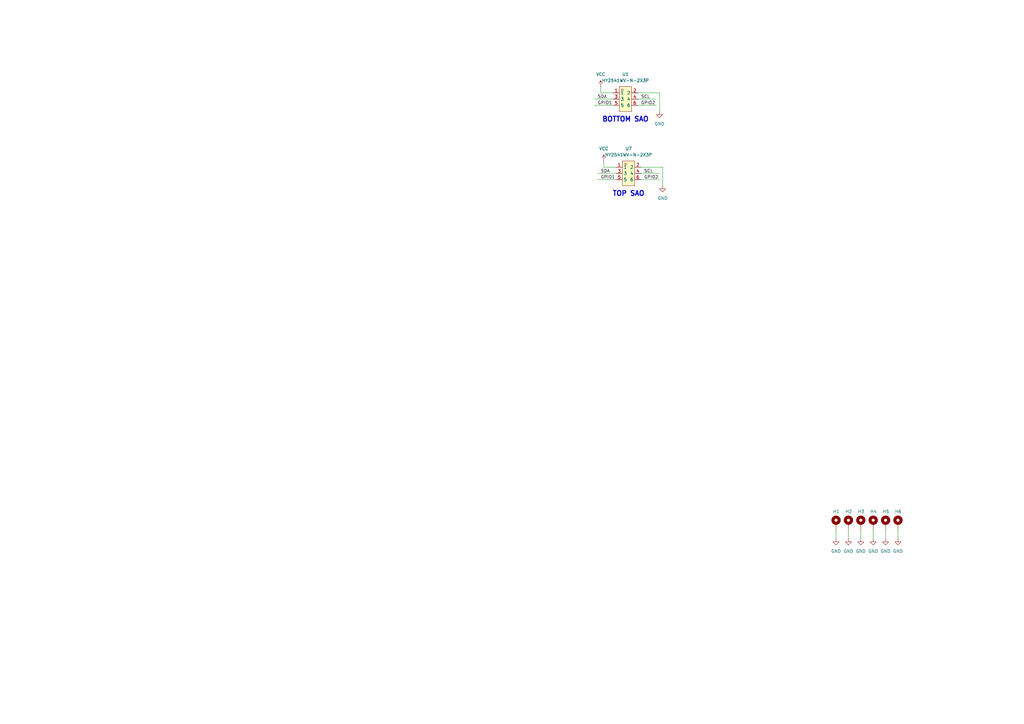
<source format=kicad_sch>
(kicad_sch (version 20231120) (generator "eeschema") (generator_version "8.0")
  (paper "A3")
  (title_block (title "Solar Data Logger") (rev "v1.1a") (company "Eric Dynowski") (comment 1 "brokebit"))
  (lib_symbols
    (symbol "C17179450-2x3-IDC-Header:HY2541WV-N-2X3P"
      (property "Reference" "U" (at 0 7.62 0))
      (property "Value" "HY2541WV-N-2X3P" (at 0 -7.62 0))
      (symbol "HY2541WV-N-2X3P_0_1"
        (rectangle (start -2.54 5.08) (end 2.54 -5.08) (fill (type background)))
        (circle (center -1.27 3.81) (radius 0.38))
        (pin unspecified line (at -5.08 2.54 0) (length 2.54) (name "1") (number "1"))
        (pin unspecified line (at 5.08 2.54 180) (length 2.54) (name "2") (number "2"))
        (pin unspecified line (at -5.08 0 0) (length 2.54) (name "3") (number "3"))
        (pin unspecified line (at 5.08 0 180) (length 2.54) (name "4") (number "4"))
        (pin unspecified line (at -5.08 -2.54 0) (length 2.54) (name "5") (number "5"))
        (pin unspecified line (at 5.08 -2.54 180) (length 2.54) (name "6") (number "6"))
      )
    )
    (symbol "Mechanical:MountingHole_Pad" (pin_numbers hide) (pin_names (offset 1.016) hide) (exclude_from_sim yes) (in_bom no)
      (property "Reference" "H" (at 0 6.35 0))
      (property "Value" "MountingHole_Pad" (at 0 4.445 0))
      (symbol "MountingHole_Pad_0_1"
        (circle (center 0 1.27) (radius 1.27) (stroke (width 1.27)))
      )
      (symbol "MountingHole_Pad_1_1"
        (pin input line (at 0 -2.54 90) (length 2.54) (name "1") (number "1"))
      )
    )
    (symbol "power:GND" (power) (pin_numbers hide) (pin_names (offset 0) hide)
      (property "Value" "GND" (at 0 -3.81 0))
      (symbol "GND_0_1"
        (polyline (pts (xy 0 0) (xy 0 -1.27) (xy 1.27 -1.27) (xy 0 -2.54) (xy -1.27 -1.27) (xy 0 -1.27)))
      )
      (symbol "GND_1_1"
        (pin power_in line (at 0 0 270) (length 0) (name "~") (number "1"))
      )
    )
    (symbol "power:VCC" (power) (pin_numbers hide) (pin_names (offset 0) hide)
      (property "Value" "VCC" (at 0 3.556 0))
      (symbol "VCC_0_1"
        (polyline (pts (xy -0.762 1.27) (xy 0 2.54)))
        (polyline (pts (xy 0 0) (xy 0 2.54)))
        (polyline (pts (xy 0 2.54) (xy 0.762 1.27)))
      )
      (symbol "VCC_1_1"
        (pin power_in line (at 0 0 90) (length 0) (name "~") (number "1"))
      )
    )
  )
  (wire (pts (xy 251.46 38.1) (xy 246.38 38.1)))
  (wire (pts (xy 270.51 38.1) (xy 261.62 38.1)))
  (wire (pts (xy 261.62 40.64) (xy 269.24 40.64)))
  (wire (pts (xy 262.89 71.12) (xy 270.51 71.12)))
  (wire (pts (xy 342.9 217.17) (xy 342.9 220.98)))
  (wire (pts (xy 261.62 43.18) (xy 269.24 43.18)))
  (wire (pts (xy 270.51 45.72) (xy 270.51 38.1)))
  (wire (pts (xy 262.89 73.66) (xy 270.51 73.66)))
  (wire (pts (xy 245.11 71.12) (xy 252.73 71.12)))
  (wire (pts (xy 247.65 68.58) (xy 247.65 66.04)))
  (wire (pts (xy 271.78 76.2) (xy 271.78 68.58)))
  (wire (pts (xy 245.11 73.66) (xy 252.73 73.66)))
  (wire (pts (xy 358.14 217.17) (xy 358.14 220.98)))
  (wire (pts (xy 363.22 217.17) (xy 363.22 220.98)))
  (wire (pts (xy 243.84 40.64) (xy 251.46 40.64)))
  (wire (pts (xy 347.98 217.17) (xy 347.98 220.98)))
  (wire (pts (xy 243.84 43.18) (xy 251.46 43.18)))
  (wire (pts (xy 271.78 68.58) (xy 262.89 68.58)))
  (wire (pts (xy 252.73 68.58) (xy 247.65 68.58)))
  (wire (pts (xy 246.38 38.1) (xy 246.38 35.56)))
  (wire (pts (xy 368.3 217.17) (xy 368.3 220.98)))
  (wire (pts (xy 353.06 217.17) (xy 353.06 220.98)))
  (text "TOP SAO" (at 257.81 79.502 0) (effects (font (size 2 2) (thickness 0.4) (bold yes))))
  (text "BOTTOM SAO" (at 256.54 49.022 0) (effects (font (size 2 2) (thickness 0.4) (bold yes))))
  (label "SDA" (at 246.38 71.12 0))
  (label "SCL" (at 264.16 71.12 0))
  (label "GPIO1" (at 245.11 43.18 0))
  (label "GPIO2" (at 262.89 43.18 0))
  (label "GPIO2" (at 264.16 73.66 0))
  (label "SCL" (at 262.89 40.64 0))
  (label "GPIO1" (at 246.38 73.66 0))
  (label "SDA" (at 245.11 40.64 0))
  (symbol (lib_id "power:GND") (at 347.98 220.98 0) (unit 1)
    (property "Reference" "#PWR056" (effects (hide yes)))
    (property "Value" "GND" (at 347.98 226.06 0))
    (property "Description" "Power symbol creates a global label with name \"GND\" , ground" (effects (hide yes)))
  )
  (symbol (lib_id "C17179450-2x3-IDC-Header:HY2541WV-N-2X3P") (at 256.54 40.64 0) (unit 1)
    (property "Reference" "U1" (at 256.54 30.48 0))
    (property "Value" "HY2541WV-N-2X3P" (at 256.54 33.02 0))
    (property "Footprint" "Connector_PinSocket_2.54mm:PinSocket_2x03_P2.54mm_Vertical_SMD" (effects (hide yes)))
    (property "LCSC Part" "C17179450" (effects (hide yes)))
  )
  (symbol (lib_id "power:GND") (at 353.06 220.98 0) (unit 1)
    (property "Reference" "#PWR057" (effects (hide yes)))
    (property "Value" "GND" (at 353.06 226.06 0))
    (property "Description" "Power symbol creates a global label with name \"GND\" , ground" (effects (hide yes)))
  )
  (symbol (lib_id "power:GND") (at 271.78 76.2 0) (unit 1)
    (property "Reference" "#PWR020" (effects (hide yes)))
    (property "Value" "GND" (at 271.78 81.28 0))
    (property "Description" "Power symbol creates a global label with name \"GND\" , ground" (effects (hide yes)))
  )
  (symbol (lib_id "power:VCC") (at 247.65 66.04 0) (unit 1)
    (property "Reference" "#PWR019" (effects (hide yes)))
    (property "Value" "VCC" (at 247.65 60.96 0))
    (property "Description" "Power symbol creates a global label with name \"VCC\"" (effects (hide yes)))
  )
  (symbol (lib_id "Mechanical:MountingHole_Pad") (at 363.22 214.63 0) (unit 1) (exclude_from_sim yes) (in_bom no)
    (property "Reference" "H5" (at 361.95 209.804 0) (effects (justify left)))
    (property "Value" "MountingHole_Pad" (effects (hide yes)))
    (property "Footprint" "MountingHole:MountingHole_3.5mm_Pad_TopBottom" (effects (hide yes)))
    (property "Description" "Mounting Hole with connection" (effects (hide yes)))
  )
  (symbol (lib_id "Mechanical:MountingHole_Pad") (at 353.06 214.63 0) (unit 1) (exclude_from_sim yes) (in_bom no)
    (property "Reference" "H3" (at 351.79 209.804 0) (effects (justify left)))
    (property "Value" "MountingHole_Pad" (effects (hide yes)))
    (property "Footprint" "MountingHole:MountingHole_3.5mm_Pad_TopBottom" (effects (hide yes)))
    (property "Description" "Mounting Hole with connection" (effects (hide yes)))
  )
  (symbol (lib_id "Mechanical:MountingHole_Pad") (at 368.3 214.63 0) (unit 1) (exclude_from_sim yes) (in_bom no)
    (property "Reference" "H6" (at 367.03 209.804 0) (effects (justify left)))
    (property "Value" "MountingHole_Pad" (effects (hide yes)))
    (property "Footprint" "MountingHole:MountingHole_3.5mm_Pad_TopBottom" (effects (hide yes)))
    (property "Description" "Mounting Hole with connection" (effects (hide yes)))
  )
  (symbol (lib_id "power:GND") (at 270.51 45.72 0) (unit 1)
    (property "Reference" "#PWR02" (effects (hide yes)))
    (property "Value" "GND" (at 270.51 50.8 0))
    (property "Description" "Power symbol creates a global label with name \"GND\" , ground" (effects (hide yes)))
  )
  (symbol (lib_id "C17179450-2x3-IDC-Header:HY2541WV-N-2X3P") (at 257.81 71.12 0) (unit 1)
    (property "Reference" "U7" (at 257.81 60.96 0))
    (property "Value" "HY2541WV-N-2X3P" (at 257.81 63.5 0))
    (property "Footprint" "Connector_IDC:IDC-Header_2x03_P2.54mm_Vertical_SMD" (effects (hide yes)))
    (property "LCSC Part" "C17179450" (effects (hide yes)))
  )
  (symbol (lib_id "Mechanical:MountingHole_Pad") (at 358.14 214.63 0) (unit 1) (exclude_from_sim yes) (in_bom no)
    (property "Reference" "H4" (at 356.87 209.804 0) (effects (justify left)))
    (property "Value" "MountingHole_Pad" (effects (hide yes)))
    (property "Footprint" "MountingHole:MountingHole_3.5mm_Pad_TopBottom" (effects (hide yes)))
    (property "Description" "Mounting Hole with connection" (effects (hide yes)))
  )
  (symbol (lib_id "power:GND") (at 363.22 220.98 0) (unit 1)
    (property "Reference" "#PWR059" (effects (hide yes)))
    (property "Value" "GND" (at 363.22 226.06 0))
    (property "Description" "Power symbol creates a global label with name \"GND\" , ground" (effects (hide yes)))
  )
  (symbol (lib_id "power:GND") (at 358.14 220.98 0) (unit 1)
    (property "Reference" "#PWR058" (effects (hide yes)))
    (property "Value" "GND" (at 358.14 226.06 0))
    (property "Description" "Power symbol creates a global label with name \"GND\" , ground" (effects (hide yes)))
  )
  (symbol (lib_id "power:GND") (at 368.3 220.98 0) (unit 1)
    (property "Reference" "#PWR062" (effects (hide yes)))
    (property "Value" "GND" (at 368.3 226.06 0))
    (property "Description" "Power symbol creates a global label with name \"GND\" , ground" (effects (hide yes)))
  )
  (symbol (lib_id "Mechanical:MountingHole_Pad") (at 342.9 214.63 0) (unit 1) (exclude_from_sim yes) (in_bom no)
    (property "Reference" "H1" (at 341.63 209.804 0) (effects (justify left)))
    (property "Value" "MountingHole_Pad" (effects (hide yes)))
    (property "Footprint" "MountingHole:MountingHole_3.5mm_Pad_TopBottom" (effects (hide yes)))
    (property "Description" "Mounting Hole with connection" (effects (hide yes)))
  )
  (symbol (lib_id "power:VCC") (at 246.38 35.56 0) (unit 1)
    (property "Reference" "#PWR01" (effects (hide yes)))
    (property "Value" "VCC" (at 246.38 30.48 0))
    (property "Description" "Power symbol creates a global label with name \"VCC\"" (effects (hide yes)))
  )
  (symbol (lib_id "power:GND") (at 342.9 220.98 0) (unit 1)
    (property "Reference" "#PWR055" (effects (hide yes)))
    (property "Value" "GND" (at 342.9 226.06 0))
    (property "Description" "Power symbol creates a global label with name \"GND\" , ground" (effects (hide yes)))
  )
  (symbol (lib_id "Mechanical:MountingHole_Pad") (at 347.98 214.63 0) (unit 1) (exclude_from_sim yes) (in_bom no)
    (property "Reference" "H2" (at 346.71 209.804 0) (effects (justify left)))
    (property "Value" "MountingHole_Pad" (effects (hide yes)))
    (property "Footprint" "MountingHole:MountingHole_3.5mm_Pad_TopBottom" (effects (hide yes)))
    (property "Description" "Mounting Hole with connection" (effects (hide yes)))
  )
)
</source>
